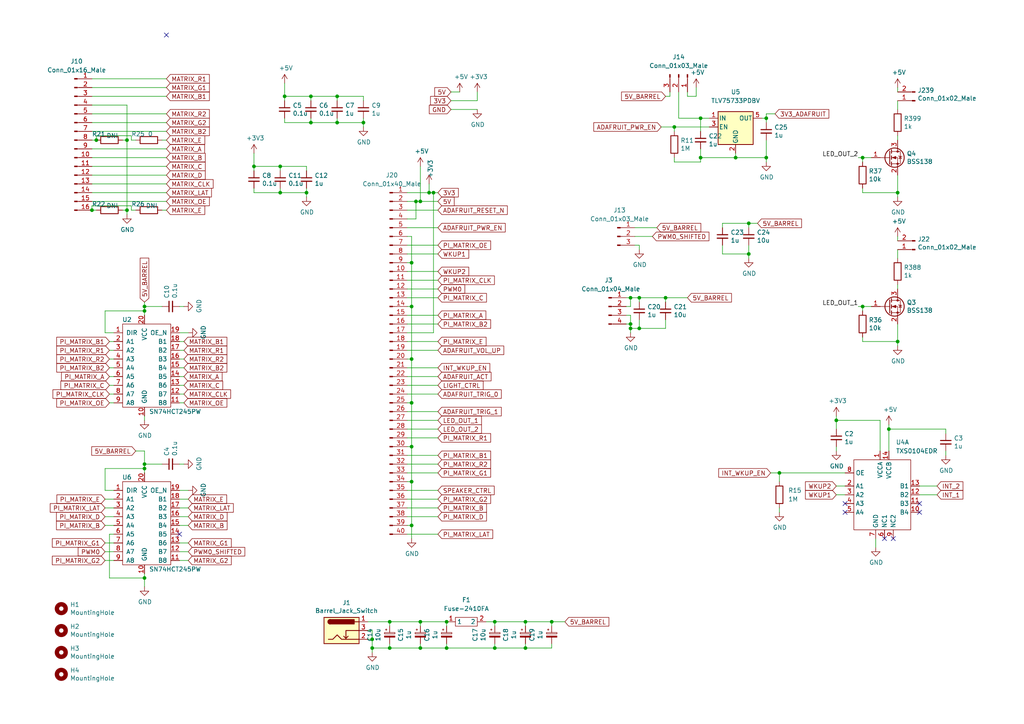
<source format=kicad_sch>
(kicad_sch (version 20211123) (generator eeschema)
  (paper "A4")
  (junction (at 41.91 90.17))
  (junction (at 213.36 45.72))
  (junction (at 97.79 27.94))
  (junction (at 119.38 76.2))
  (junction (at 119.38 116.84))
  (junction (at 27.94 40.64))
  (junction (at 120.65 58.42))
  (junction (at 105.41 35.56))
  (junction (at 107.95 185.42))
  (junction (at 82.55 27.94))
  (junction (at 129.54 187.96))
  (junction (at 119.38 152.4))
  (junction (at 121.92 180.34))
  (junction (at 217.17 64.77))
  (junction (at 119.38 139.7))
  (junction (at 119.38 129.54))
  (junction (at 250.19 45.72))
  (junction (at 260.35 55.88))
  (junction (at 226.06 137.16))
  (junction (at 119.38 88.9))
  (junction (at 152.4 180.34))
  (junction (at 203.2 34.29))
  (junction (at 36.83 40.64))
  (junction (at 36.83 60.96))
  (junction (at 73.66 48.26))
  (junction (at 152.4 187.96))
  (junction (at 81.28 48.26))
  (junction (at 125.73 55.88))
  (junction (at 121.92 58.42))
  (junction (at 182.88 93.98))
  (junction (at 222.25 34.29))
  (junction (at 107.95 187.96))
  (junction (at 97.79 35.56))
  (junction (at 81.28 55.88))
  (junction (at 124.46 55.88))
  (junction (at 182.88 86.36))
  (junction (at 119.38 104.14))
  (junction (at 185.42 95.25))
  (junction (at 185.42 86.36))
  (junction (at 41.91 134.62))
  (junction (at 250.19 88.9))
  (junction (at 113.03 187.96))
  (junction (at 143.51 180.34))
  (junction (at 193.04 86.36))
  (junction (at 129.54 180.34))
  (junction (at 143.51 187.96))
  (junction (at 41.91 88.9))
  (junction (at 113.03 180.34))
  (junction (at 257.81 124.46))
  (junction (at 90.17 27.94))
  (junction (at 222.25 45.72))
  (junction (at 195.58 36.83))
  (junction (at 41.91 167.64))
  (junction (at 26.67 60.96))
  (junction (at 88.9 55.88))
  (junction (at 182.88 95.25))
  (junction (at 217.17 73.66))
  (junction (at 242.57 121.92))
  (junction (at 90.17 35.56))
  (junction (at 41.91 135.89))
  (junction (at 203.2 45.72))
  (junction (at 160.02 180.34))
  (junction (at 121.92 187.96))
  (junction (at 260.35 99.06))
  (no_connect (at 256.54 156.21))
  (no_connect (at 266.7 146.05))
  (no_connect (at 266.7 148.59))
  (no_connect (at 48.26 10.16))
  (no_connect (at 58.42 -6.35))
  (no_connect (at 52.07 154.94))
  (no_connect (at 245.11 148.59))
  (no_connect (at 259.08 156.21))
  (no_connect (at 245.11 146.05))
  (wire (pts (xy 201.93 27.94) (xy 201.93 25.4)))
  (wire (pts (xy 217.17 73.66) (xy 217.17 74.93)))
  (wire (pts (xy 184.15 68.58) (xy 189.23 68.58)))
  (wire (pts (xy 266.7 140.97) (xy 271.78 140.97)))
  (wire (pts (xy 118.11 149.86) (xy 127 149.86)))
  (wire (pts (xy 26.67 25.4) (xy 48.26 25.4)))
  (wire (pts (xy 41.91 88.9) (xy 41.91 90.17)))
  (wire (pts (xy 30.48 162.56) (xy 33.02 162.56)))
  (wire (pts (xy 118.11 154.94) (xy 127 154.94)))
  (wire (pts (xy 118.11 55.88) (xy 124.46 55.88)))
  (wire (pts (xy 222.25 45.72) (xy 222.25 46.99)))
  (wire (pts (xy 118.11 134.62) (xy 127 134.62)))
  (wire (pts (xy 143.51 180.34) (xy 152.4 180.34)))
  (wire (pts (xy 52.07 99.06) (xy 53.34 99.06)))
  (wire (pts (xy 118.11 124.46) (xy 127 124.46)))
  (wire (pts (xy 26.67 27.94) (xy 48.26 27.94)))
  (wire (pts (xy 196.85 34.29) (xy 203.2 34.29)))
  (wire (pts (xy 41.91 134.62) (xy 41.91 135.89)))
  (wire (pts (xy 185.42 95.25) (xy 182.88 95.25)))
  (wire (pts (xy 213.36 45.72) (xy 222.25 45.72)))
  (wire (pts (xy 252.73 45.72) (xy 250.19 45.72)))
  (wire (pts (xy 52.07 104.14) (xy 53.34 104.14)))
  (wire (pts (xy 254 156.21) (xy 254 158.75)))
  (wire (pts (xy 26.67 48.26) (xy 48.26 48.26)))
  (wire (pts (xy 31.75 167.64) (xy 41.91 167.64)))
  (wire (pts (xy 242.57 130.81) (xy 242.57 129.54)))
  (wire (pts (xy 152.4 180.34) (xy 152.4 181.61)))
  (wire (pts (xy 107.95 185.42) (xy 107.95 182.88)))
  (wire (pts (xy 160.02 180.34) (xy 160.02 181.61)))
  (wire (pts (xy 118.11 93.98) (xy 127 93.98)))
  (wire (pts (xy 31.75 99.06) (xy 33.02 99.06)))
  (wire (pts (xy 119.38 76.2) (xy 119.38 68.58)))
  (wire (pts (xy 118.11 139.7) (xy 119.38 139.7)))
  (wire (pts (xy 250.19 45.72) (xy 250.19 46.99)))
  (wire (pts (xy 257.81 124.46) (xy 274.32 124.46)))
  (wire (pts (xy 260.35 69.85) (xy 260.35 68.58)))
  (wire (pts (xy 26.67 43.18) (xy 48.26 43.18)))
  (wire (pts (xy 41.91 167.64) (xy 41.91 170.18)))
  (wire (pts (xy 107.95 182.88) (xy 106.68 182.88)))
  (wire (pts (xy 255.27 121.92) (xy 255.27 130.81)))
  (wire (pts (xy 242.57 143.51) (xy 245.11 143.51)))
  (wire (pts (xy 90.17 27.94) (xy 82.55 27.94)))
  (wire (pts (xy 107.95 187.96) (xy 107.95 189.23)))
  (wire (pts (xy 97.79 27.94) (xy 97.79 29.21)))
  (wire (pts (xy 217.17 73.66) (xy 209.55 73.66)))
  (wire (pts (xy 26.67 22.86) (xy 48.26 22.86)))
  (wire (pts (xy 203.2 45.72) (xy 213.36 45.72)))
  (wire (pts (xy 182.88 96.52) (xy 182.88 95.25)))
  (wire (pts (xy 27.94 39.37) (xy 27.94 40.64)))
  (wire (pts (xy 182.88 88.9) (xy 181.61 88.9)))
  (wire (pts (xy 118.11 106.68) (xy 127 106.68)))
  (wire (pts (xy 250.19 45.72) (xy 248.92 45.72)))
  (wire (pts (xy 30.48 90.17) (xy 30.48 96.52)))
  (wire (pts (xy 82.55 35.56) (xy 90.17 35.56)))
  (wire (pts (xy 41.91 130.81) (xy 39.37 130.81)))
  (wire (pts (xy 82.55 29.21) (xy 82.55 27.94)))
  (wire (pts (xy 52.07 116.84) (xy 53.34 116.84)))
  (wire (pts (xy 193.04 27.94) (xy 194.31 27.94)))
  (wire (pts (xy 36.83 30.48) (xy 36.83 40.64)))
  (wire (pts (xy 185.42 71.12) (xy 185.42 72.39)))
  (wire (pts (xy 209.55 64.77) (xy 209.55 66.04)))
  (wire (pts (xy 118.11 83.82) (xy 127 83.82)))
  (wire (pts (xy 119.38 116.84) (xy 119.38 129.54)))
  (wire (pts (xy 184.15 71.12) (xy 185.42 71.12)))
  (wire (pts (xy 118.11 147.32) (xy 127 147.32)))
  (wire (pts (xy 199.39 26.67) (xy 199.39 27.94)))
  (wire (pts (xy 97.79 27.94) (xy 90.17 27.94)))
  (wire (pts (xy 118.11 109.22) (xy 127 109.22)))
  (wire (pts (xy 106.68 185.42) (xy 107.95 185.42)))
  (wire (pts (xy 41.91 134.62) (xy 46.99 134.62)))
  (wire (pts (xy 222.25 34.29) (xy 220.98 34.29)))
  (wire (pts (xy 46.99 40.64) (xy 48.26 40.64)))
  (wire (pts (xy 260.35 99.06) (xy 260.35 93.98)))
  (wire (pts (xy 119.38 139.7) (xy 119.38 129.54)))
  (wire (pts (xy 41.91 88.9) (xy 46.99 88.9)))
  (wire (pts (xy 250.19 55.88) (xy 260.35 55.88)))
  (wire (pts (xy 127 71.12) (xy 118.11 71.12)))
  (wire (pts (xy 30.48 142.24) (xy 33.02 142.24)))
  (wire (pts (xy 38.1 59.69) (xy 26.67 59.69)))
  (wire (pts (xy 118.11 96.52) (xy 125.73 96.52)))
  (wire (pts (xy 73.66 49.53) (xy 73.66 48.26)))
  (wire (pts (xy 30.48 135.89) (xy 41.91 135.89)))
  (wire (pts (xy 38.1 39.37) (xy 27.94 39.37)))
  (wire (pts (xy 30.48 144.78) (xy 33.02 144.78)))
  (wire (pts (xy 181.61 93.98) (xy 182.88 93.98)))
  (wire (pts (xy 213.36 44.45) (xy 213.36 45.72)))
  (wire (pts (xy 217.17 64.77) (xy 217.17 66.04)))
  (wire (pts (xy 195.58 45.72) (xy 195.58 46.99)))
  (wire (pts (xy 26.67 30.48) (xy 36.83 30.48)))
  (wire (pts (xy 242.57 121.92) (xy 242.57 124.46)))
  (wire (pts (xy 226.06 139.7) (xy 226.06 137.16)))
  (wire (pts (xy 203.2 34.29) (xy 203.2 38.1)))
  (wire (pts (xy 160.02 186.69) (xy 160.02 187.96)))
  (wire (pts (xy 39.37 40.64) (xy 38.1 40.64)))
  (wire (pts (xy 121.92 58.42) (xy 121.92 48.26)))
  (wire (pts (xy 118.11 81.28) (xy 127 81.28)))
  (wire (pts (xy 222.25 35.56) (xy 222.25 34.29)))
  (wire (pts (xy 203.2 46.99) (xy 203.2 45.72)))
  (wire (pts (xy 118.11 73.66) (xy 127 73.66)))
  (wire (pts (xy 41.91 87.63) (xy 41.91 88.9)))
  (wire (pts (xy 250.19 97.79) (xy 250.19 99.06)))
  (wire (pts (xy 120.65 63.5) (xy 120.65 58.42)))
  (wire (pts (xy 160.02 180.34) (xy 163.83 180.34)))
  (wire (pts (xy 118.11 121.92) (xy 127 121.92)))
  (wire (pts (xy 52.07 134.62) (xy 53.34 134.62)))
  (wire (pts (xy 113.03 180.34) (xy 121.92 180.34)))
  (wire (pts (xy 105.41 27.94) (xy 97.79 27.94)))
  (wire (pts (xy 118.11 142.24) (xy 127 142.24)))
  (wire (pts (xy 129.54 187.96) (xy 121.92 187.96)))
  (wire (pts (xy 38.1 40.64) (xy 38.1 39.37)))
  (wire (pts (xy 242.57 140.97) (xy 245.11 140.97)))
  (wire (pts (xy 30.48 90.17) (xy 41.91 90.17)))
  (wire (pts (xy 73.66 55.88) (xy 81.28 55.88)))
  (wire (pts (xy 81.28 48.26) (xy 73.66 48.26)))
  (wire (pts (xy 106.68 180.34) (xy 113.03 180.34)))
  (wire (pts (xy 242.57 121.92) (xy 255.27 121.92)))
  (wire (pts (xy 129.54 187.96) (xy 143.51 187.96)))
  (wire (pts (xy 260.35 31.75) (xy 260.35 29.21)))
  (wire (pts (xy 260.35 74.93) (xy 260.35 72.39)))
  (wire (pts (xy 203.2 34.29) (xy 205.74 34.29)))
  (wire (pts (xy 260.35 55.88) (xy 260.35 50.8)))
  (wire (pts (xy 97.79 35.56) (xy 105.41 35.56)))
  (wire (pts (xy 119.38 88.9) (xy 119.38 76.2)))
  (wire (pts (xy 82.55 24.13) (xy 82.55 27.94)))
  (wire (pts (xy 26.67 33.02) (xy 48.26 33.02)))
  (wire (pts (xy 125.73 55.88) (xy 127 55.88)))
  (wire (pts (xy 121.92 186.69) (xy 121.92 187.96)))
  (wire (pts (xy 82.55 34.29) (xy 82.55 35.56)))
  (wire (pts (xy 250.19 88.9) (xy 248.92 88.9)))
  (wire (pts (xy 242.57 120.65) (xy 242.57 121.92)))
  (wire (pts (xy 118.11 99.06) (xy 127 99.06)))
  (wire (pts (xy 250.19 54.61) (xy 250.19 55.88)))
  (wire (pts (xy 133.35 26.67) (xy 130.81 26.67)))
  (wire (pts (xy 73.66 44.45) (xy 73.66 48.26)))
  (wire (pts (xy 195.58 46.99) (xy 203.2 46.99)))
  (wire (pts (xy 182.88 91.44) (xy 181.61 91.44)))
  (wire (pts (xy 30.48 149.86) (xy 33.02 149.86)))
  (wire (pts (xy 31.75 104.14) (xy 33.02 104.14)))
  (wire (pts (xy 130.81 31.75) (xy 138.43 31.75)))
  (wire (pts (xy 113.03 180.34) (xy 113.03 181.61)))
  (wire (pts (xy 226.06 137.16) (xy 245.11 137.16)))
  (wire (pts (xy 118.11 111.76) (xy 127 111.76)))
  (wire (pts (xy 121.92 180.34) (xy 121.92 181.61)))
  (wire (pts (xy 129.54 180.34) (xy 129.54 181.61)))
  (wire (pts (xy 26.67 45.72) (xy 48.26 45.72)))
  (wire (pts (xy 41.91 90.17) (xy 41.91 91.44)))
  (wire (pts (xy 121.92 180.34) (xy 129.54 180.34)))
  (wire (pts (xy 138.43 29.21) (xy 138.43 26.67)))
  (wire (pts (xy 31.75 101.6) (xy 33.02 101.6)))
  (wire (pts (xy 222.25 45.72) (xy 222.25 40.64)))
  (wire (pts (xy 118.11 116.84) (xy 119.38 116.84)))
  (wire (pts (xy 260.35 40.64) (xy 260.35 39.37)))
  (wire (pts (xy 118.11 60.96) (xy 127 60.96)))
  (wire (pts (xy 209.55 71.12) (xy 209.55 73.66)))
  (wire (pts (xy 41.91 121.92) (xy 41.91 120.65)))
  (wire (pts (xy 119.38 104.14) (xy 119.38 116.84)))
  (wire (pts (xy 73.66 54.61) (xy 73.66 55.88)))
  (wire (pts (xy 52.07 111.76) (xy 53.34 111.76)))
  (wire (pts (xy 118.11 114.3) (xy 127 114.3)))
  (wire (pts (xy 41.91 130.81) (xy 41.91 134.62)))
  (wire (pts (xy 26.67 35.56) (xy 48.26 35.56)))
  (wire (pts (xy 31.75 114.3) (xy 33.02 114.3)))
  (wire (pts (xy 274.32 132.08) (xy 274.32 130.81)))
  (wire (pts (xy 250.19 88.9) (xy 250.19 90.17)))
  (wire (pts (xy 81.28 55.88) (xy 88.9 55.88)))
  (wire (pts (xy 191.77 36.83) (xy 195.58 36.83)))
  (wire (pts (xy 88.9 54.61) (xy 88.9 55.88)))
  (wire (pts (xy 105.41 35.56) (xy 105.41 36.83)))
  (wire (pts (xy 181.61 86.36) (xy 182.88 86.36)))
  (wire (pts (xy 119.38 104.14) (xy 119.38 88.9)))
  (wire (pts (xy 118.11 129.54) (xy 119.38 129.54)))
  (wire (pts (xy 199.39 27.94) (xy 201.93 27.94)))
  (wire (pts (xy 223.52 137.16) (xy 226.06 137.16)))
  (wire (pts (xy 125.73 96.52) (xy 125.73 55.88)))
  (wire (pts (xy 52.07 152.4) (xy 54.61 152.4)))
  (wire (pts (xy 105.41 35.56) (xy 105.41 34.29)))
  (wire (pts (xy 30.48 157.48) (xy 33.02 157.48)))
  (wire (pts (xy 81.28 54.61) (xy 81.28 55.88)))
  (wire (pts (xy 31.75 154.94) (xy 33.02 154.94)))
  (wire (pts (xy 196.85 26.67) (xy 196.85 34.29)))
  (wire (pts (xy 97.79 34.29) (xy 97.79 35.56)))
  (wire (pts (xy 52.07 147.32) (xy 54.61 147.32)))
  (wire (pts (xy 26.67 60.96) (xy 27.94 60.96)))
  (wire (pts (xy 120.65 58.42) (xy 121.92 58.42)))
  (wire (pts (xy 90.17 35.56) (xy 97.79 35.56)))
  (wire (pts (xy 118.11 76.2) (xy 119.38 76.2)))
  (wire (pts (xy 90.17 27.94) (xy 90.17 29.21)))
  (wire (pts (xy 182.88 93.98) (xy 182.88 91.44)))
  (wire (pts (xy 26.67 50.8) (xy 48.26 50.8)))
  (wire (pts (xy 143.51 180.34) (xy 143.51 181.61)))
  (wire (pts (xy 118.11 137.16) (xy 127 137.16)))
  (wire (pts (xy 217.17 64.77) (xy 219.71 64.77)))
  (wire (pts (xy 184.15 66.04) (xy 190.5 66.04)))
  (wire (pts (xy 52.07 88.9) (xy 53.34 88.9)))
  (wire (pts (xy 46.99 60.96) (xy 48.26 60.96)))
  (wire (pts (xy 129.54 186.69) (xy 129.54 187.96)))
  (wire (pts (xy 52.07 160.02) (xy 54.61 160.02)))
  (wire (pts (xy 118.11 127) (xy 127 127)))
  (wire (pts (xy 38.1 60.96) (xy 38.1 59.69)))
  (wire (pts (xy 121.92 58.42) (xy 127 58.42)))
  (wire (pts (xy 209.55 64.77) (xy 217.17 64.77)))
  (wire (pts (xy 119.38 156.21) (xy 119.38 152.4)))
  (wire (pts (xy 52.07 162.56) (xy 54.61 162.56)))
  (wire (pts (xy 36.83 60.96) (xy 36.83 62.23)))
  (wire (pts (xy 185.42 92.71) (xy 185.42 95.25)))
  (wire (pts (xy 143.51 187.96) (xy 143.51 186.69)))
  (wire (pts (xy 88.9 48.26) (xy 81.28 48.26)))
  (wire (pts (xy 41.91 166.37) (xy 41.91 167.64)))
  (wire (pts (xy 185.42 86.36) (xy 185.42 87.63)))
  (wire (pts (xy 118.11 86.36) (xy 127 86.36)))
  (wire (pts (xy 31.75 111.76) (xy 33.02 111.76)))
  (wire (pts (xy 193.04 86.36) (xy 193.04 87.63)))
  (wire (pts (xy 152.4 180.34) (xy 160.02 180.34)))
  (wire (pts (xy 26.67 53.34) (xy 48.26 53.34)))
  (wire (pts (xy 217.17 71.12) (xy 217.17 73.66)))
  (wire (pts (xy 160.02 187.96) (xy 152.4 187.96)))
  (wire (pts (xy 30.48 135.89) (xy 30.48 142.24)))
  (wire (pts (xy 31.75 106.68) (xy 33.02 106.68)))
  (wire (pts (xy 52.07 101.6) (xy 53.34 101.6)))
  (wire (pts (xy 105.41 29.21) (xy 105.41 27.94)))
  (wire (pts (xy 260.35 100.33) (xy 260.35 99.06)))
  (wire (pts (xy 30.48 160.02) (xy 33.02 160.02)))
  (wire (pts (xy 52.07 109.22) (xy 53.34 109.22)))
  (wire (pts (xy 30.48 96.52) (xy 33.02 96.52)))
  (wire (pts (xy 119.38 68.58) (xy 118.11 68.58)))
  (wire (pts (xy 271.78 143.51) (xy 266.7 143.51)))
  (wire (pts (xy 194.31 27.94) (xy 194.31 26.67)))
  (wire (pts (xy 193.04 95.25) (xy 185.42 95.25)))
  (wire (pts (xy 252.73 88.9) (xy 250.19 88.9)))
  (wire (pts (xy 257.81 123.19) (xy 257.81 124.46)))
  (wire (pts (xy 193.04 92.71) (xy 193.04 95.25)))
  (wire (pts (xy 88.9 48.26) (xy 88.9 49.53)))
  (wire (pts (xy 124.46 55.88) (xy 125.73 55.88)))
  (wire (pts (xy 52.07 106.68) (xy 53.34 106.68)))
  (wire (pts (xy 226.06 147.32) (xy 226.06 148.59)))
  (wire (pts (xy 118.11 78.74) (xy 127 78.74)))
  (wire (pts (xy 118.11 58.42) (xy 120.65 58.42)))
  (wire (pts (xy 118.11 66.04) (xy 127 66.04)))
  (wire (pts (xy 88.9 55.88) (xy 88.9 57.15)))
  (wire (pts (xy 26.67 38.1) (xy 48.26 38.1)))
  (wire (pts (xy 52.07 142.24) (xy 54.61 142.24)))
  (wire (pts (xy 257.81 124.46) (xy 257.81 130.81)))
  (wire (pts (xy 35.56 60.96) (xy 36.83 60.96)))
  (wire (pts (xy 260.35 83.82) (xy 260.35 82.55)))
  (wire (pts (xy 30.48 147.32) (xy 33.02 147.32)))
  (wire (pts (xy 36.83 40.64) (xy 36.83 60.96)))
  (wire (pts (xy 195.58 36.83) (xy 195.58 38.1)))
  (wire (pts (xy 31.75 116.84) (xy 33.02 116.84)))
  (wire (pts (xy 260.35 57.15) (xy 260.35 55.88)))
  (wire (pts (xy 107.95 185.42) (xy 107.95 187.96)))
  (wire (pts (xy 119.38 152.4) (xy 119.38 139.7)))
  (wire (pts (xy 52.07 96.52) (xy 54.61 96.52)))
  (wire (pts (xy 118.11 152.4) (xy 119.38 152.4)))
  (wire (pts (xy 118.11 91.44) (xy 127 91.44)))
  (wire (pts (xy 107.95 187.96) (xy 113.03 187.96)))
  (wire (pts (xy 52.07 157.48) (xy 54.61 157.48)))
  (wire (pts (xy 26.67 40.64) (xy 27.94 40.64)))
  (wire (pts (xy 52.07 144.78) (xy 54.61 144.78)))
  (wire (pts (xy 182.88 86.36) (xy 185.42 86.36)))
  (wire (pts (xy 130.81 29.21) (xy 138.43 29.21)))
  (wire (pts (xy 30.48 152.4) (xy 33.02 152.4)))
  (wire (pts (xy 31.75 154.94) (xy 31.75 167.64)))
  (wire (pts (xy 118.11 101.6) (xy 127 101.6)))
  (wire (pts (xy 195.58 36.83) (xy 205.74 36.83)))
  (wire (pts (xy 224.79 33.02) (xy 222.25 33.02)))
  (wire (pts (xy 31.75 109.22) (xy 33.02 109.22)))
  (wire (pts (xy 250.19 99.06) (xy 260.35 99.06)))
  (wire (pts (xy 118.11 88.9) (xy 119.38 88.9)))
  (wire (pts (xy 26.67 59.69) (xy 26.67 60.96)))
  (wire (pts (xy 185.42 86.36) (xy 193.04 86.36)))
  (wire (pts (xy 140.97 180.34) (xy 143.51 180.34)))
  (wire (pts (xy 182.88 86.36) (xy 182.88 88.9)))
  (wire (pts (xy 118.11 132.08) (xy 127 132.08)))
  (wire (pts (xy 182.88 95.25) (xy 182.88 93.98)))
  (wire (pts (xy 35.56 40.64) (xy 36.83 40.64)))
  (wire (pts (xy 193.04 86.36) (xy 199.39 86.36)))
  (wire (pts (xy 203.2 43.18) (xy 203.2 45.72)))
  (wire (pts (xy 52.07 149.86) (xy 54.61 149.86)))
  (wire (pts (xy 260.35 26.67) (xy 260.35 25.4)))
  (wire (pts (xy 121.92 187.96) (xy 113.03 187.96)))
  (wire (pts (xy 152.4 186.69) (xy 152.4 187.96)))
  (wire (pts (xy 118.11 63.5) (xy 120.65 63.5)))
  (wire (pts (xy 90.17 34.29) (xy 90.17 35.56)))
  (wire (pts (xy 124.46 55.88) (xy 124.46 53.34)))
  (wire (pts (xy 118.11 104.14) (xy 119.38 104.14)))
  (wire (pts (xy 274.32 125.73) (xy 274.32 124.46)))
  (wire (pts (xy 81.28 48.26) (xy 81.28 49.53)))
  (wire (pts (xy 41.91 135.89) (xy 41.91 137.16)))
  (wire (pts (xy 39.37 60.96) (xy 38.1 60.96)))
  (wire (pts (xy 26.67 58.42) (xy 48.26 58.42)))
  (wire (pts (xy 222.25 33.02) (xy 222.25 34.29)))
  (wire (pts (xy 152.4 187.96) (xy 143.51 187.96)))
  (wire (pts (xy 113.03 186.69) (xy 113.03 187.96)))
  (wire (pts (xy 118.11 144.78) (xy 127 144.78)))
  (wire (pts (xy 26.67 55.88) (xy 48.26 55.88)))
  (wire (pts (xy 118.11 119.38) (xy 127 119.38)))
  (wire (pts (xy 52.07 114.3) (xy 53.34 114.3)))
  (label "LED_OUT_1" (at 248.92 88.9 180))
  (label "LED_OUT_2" (at 248.92 45.72 180))
  (global_label "ADAFRUIT_TRIG_1" (shape input) (at 127 119.38 0) (property "Intersheet References" "${INTERSHEET_REFS}" (effects hide)))
  (global_label "MATRIX_G2" (shape input) (at 48.26 35.56 0) (property "Intersheet References" "${INTERSHEET_REFS}" (effects hide)))
  (global_label "LED_OUT_1" (shape input) (at 127 121.92 0) (property "Intersheet References" "${INTERSHEET_REFS}" (effects hide)))
  (global_label "ADAFRUIT_ACT" (shape input) (at 127 109.22 0) (property "Intersheet References" "${INTERSHEET_REFS}" (effects hide)))
  (global_label "WKUP2" (shape input) (at 242.57 140.97 180) (property "Intersheet References" "${INTERSHEET_REFS}" (effects hide)))
  (global_label "PI_MATRIX_C" (shape input) (at 31.75 111.76 180) (property "Intersheet References" "${INTERSHEET_REFS}" (effects hide)))
  (global_label "MATRIX_B1" (shape input) (at 53.34 99.06 0) (property "Intersheet References" "${INTERSHEET_REFS}" (effects hide)))
  (global_label "PI_MATRIX_B1" (shape input) (at 31.75 99.06 180) (property "Intersheet References" "${INTERSHEET_REFS}" (effects hide)))
  (global_label "MATRIX_D" (shape input) (at 54.61 149.86 0) (property "Intersheet References" "${INTERSHEET_REFS}" (effects hide)))
  (global_label "PI_MATRIX_B2" (shape input) (at 127 93.98 0) (property "Intersheet References" "${INTERSHEET_REFS}" (effects hide)))
  (global_label "MATRIX_E" (shape input) (at 48.26 60.96 0) (property "Intersheet References" "${INTERSHEET_REFS}" (effects hide)))
  (global_label "SPEAKER_CTRL" (shape input) (at 127 142.24 0) (property "Intersheet References" "${INTERSHEET_REFS}" (effects hide)))
  (global_label "5V_BARREL" (shape input) (at 190.5 66.04 0) (property "Intersheet References" "${INTERSHEET_REFS}" (effects hide)))
  (global_label "GND" (shape input) (at 130.81 31.75 180) (property "Intersheet References" "${INTERSHEET_REFS}" (effects hide)))
  (global_label "PI_MATRIX_D" (shape input) (at 30.48 149.86 180) (property "Intersheet References" "${INTERSHEET_REFS}" (effects hide)))
  (global_label "5V" (shape input) (at 130.81 26.67 180) (property "Intersheet References" "${INTERSHEET_REFS}" (effects hide)))
  (global_label "ADAFRUIT_VOL_UP" (shape input) (at 127 101.6 0) (property "Intersheet References" "${INTERSHEET_REFS}" (effects hide)))
  (global_label "MATRIX_B2" (shape input) (at 48.26 38.1 0) (property "Intersheet References" "${INTERSHEET_REFS}" (effects hide)))
  (global_label "LIGHT_CTRL" (shape input) (at 127 111.76 0) (property "Intersheet References" "${INTERSHEET_REFS}" (effects hide)))
  (global_label "MATRIX_E" (shape input) (at 48.26 40.64 0) (property "Intersheet References" "${INTERSHEET_REFS}" (effects hide)))
  (global_label "PI_MATRIX_OE" (shape input) (at 127 71.12 0) (property "Intersheet References" "${INTERSHEET_REFS}" (effects hide)))
  (global_label "5V_BARREL" (shape input) (at 199.39 86.36 0) (property "Intersheet References" "${INTERSHEET_REFS}" (effects hide)))
  (global_label "MATRIX_OE" (shape input) (at 53.34 116.84 0) (property "Intersheet References" "${INTERSHEET_REFS}" (effects hide)))
  (global_label "5V" (shape input) (at 127 58.42 0) (property "Intersheet References" "${INTERSHEET_REFS}" (effects hide)))
  (global_label "3V3" (shape input) (at 127 55.88 0) (property "Intersheet References" "${INTERSHEET_REFS}" (effects hide)))
  (global_label "PI_MATRIX_OE" (shape input) (at 31.75 116.84 180) (property "Intersheet References" "${INTERSHEET_REFS}" (effects hide)))
  (global_label "PI_MATRIX_A" (shape input) (at 31.75 109.22 180) (property "Intersheet References" "${INTERSHEET_REFS}" (effects hide)))
  (global_label "MATRIX_CLK" (shape input) (at 53.34 114.3 0) (property "Intersheet References" "${INTERSHEET_REFS}" (effects hide)))
  (global_label "PI_MATRIX_B" (shape input) (at 30.48 152.4 180) (property "Intersheet References" "${INTERSHEET_REFS}" (effects hide)))
  (global_label "PI_MATRIX_B2" (shape input) (at 31.75 106.68 180) (property "Intersheet References" "${INTERSHEET_REFS}" (effects hide)))
  (global_label "MATRIX_B1" (shape input) (at 48.26 27.94 0) (property "Intersheet References" "${INTERSHEET_REFS}" (effects hide)))
  (global_label "MATRIX_G2" (shape input) (at 54.61 162.56 0) (property "Intersheet References" "${INTERSHEET_REFS}" (effects hide)))
  (global_label "PI_MATRIX_A" (shape input) (at 127 91.44 0) (property "Intersheet References" "${INTERSHEET_REFS}" (effects hide)))
  (global_label "PI_MATRIX_E" (shape input) (at 127 99.06 0) (property "Intersheet References" "${INTERSHEET_REFS}" (effects hide)))
  (global_label "PI_MATRIX_R1" (shape input) (at 127 127 0) (property "Intersheet References" "${INTERSHEET_REFS}" (effects hide)))
  (global_label "MATRIX_LAT" (shape input) (at 54.61 147.32 0) (property "Intersheet References" "${INTERSHEET_REFS}" (effects hide)))
  (global_label "LED_OUT_2" (shape input) (at 127 124.46 0) (property "Intersheet References" "${INTERSHEET_REFS}" (effects hide)))
  (global_label "PI_MATRIX_D" (shape input) (at 127 149.86 0) (property "Intersheet References" "${INTERSHEET_REFS}" (effects hide)))
  (global_label "PI_MATRIX_LAT" (shape input) (at 127 154.94 0) (property "Intersheet References" "${INTERSHEET_REFS}" (effects hide)))
  (global_label "MATRIX_D" (shape input) (at 48.26 50.8 0) (property "Intersheet References" "${INTERSHEET_REFS}" (effects hide)))
  (global_label "5V_BARREL" (shape input) (at 163.83 180.34 0) (property "Intersheet References" "${INTERSHEET_REFS}" (effects hide)))
  (global_label "MATRIX_A" (shape input) (at 53.34 109.22 0) (property "Intersheet References" "${INTERSHEET_REFS}" (effects hide)))
  (global_label "MATRIX_C" (shape input) (at 48.26 48.26 0) (property "Intersheet References" "${INTERSHEET_REFS}" (effects hide)))
  (global_label "PI_MATRIX_LAT" (shape input) (at 30.48 147.32 180) (property "Intersheet References" "${INTERSHEET_REFS}" (effects hide)))
  (global_label "3V3" (shape input) (at 130.81 29.21 180) (property "Intersheet References" "${INTERSHEET_REFS}" (effects hide)))
  (global_label "INT_WKUP_EN" (shape input) (at 223.52 137.16 180) (property "Intersheet References" "${INTERSHEET_REFS}" (effects hide)))
  (global_label "ADAFRUIT_PWR_EN" (shape input) (at 191.77 36.83 180) (property "Intersheet References" "${INTERSHEET_REFS}" (effects hide)))
  (global_label "PI_MATRIX_C" (shape input) (at 127 86.36 0) (property "Intersheet References" "${INTERSHEET_REFS}" (effects hide)))
  (global_label "5V_BARREL" (shape input) (at 219.71 64.77 0) (property "Intersheet References" "${INTERSHEET_REFS}" (effects hide)))
  (global_label "PI_MATRIX_B1" (shape input) (at 127 132.08 0) (property "Intersheet References" "${INTERSHEET_REFS}" (effects hide)))
  (global_label "MATRIX_B2" (shape input) (at 53.34 106.68 0) (property "Intersheet References" "${INTERSHEET_REFS}" (effects hide)))
  (global_label "PI_MATRIX_B" (shape input) (at 127 147.32 0) (property "Intersheet References" "${INTERSHEET_REFS}" (effects hide)))
  (global_label "MATRIX_LAT" (shape input) (at 48.26 55.88 0) (property "Intersheet References" "${INTERSHEET_REFS}" (effects hide)))
  (global_label "ADAFRUIT_PWR_EN" (shape input) (at 127 66.04 0) (property "Intersheet References" "${INTERSHEET_REFS}" (effects hide)))
  (global_label "MATRIX_CLK" (shape input) (at 48.26 53.34 0) (property "Intersheet References" "${INTERSHEET_REFS}" (effects hide)))
  (global_label "WKUP1" (shape input) (at 242.57 143.51 180) (property "Intersheet References" "${INTERSHEET_REFS}" (effects hide)))
  (global_label "MATRIX_B" (shape input) (at 48.26 45.72 0) (property "Intersheet References" "${INTERSHEET_REFS}" (effects hide)))
  (global_label "INT_2" (shape input) (at 271.78 140.97 0) (property "Intersheet References" "${INTERSHEET_REFS}" (effects hide)))
  (global_label "MATRIX_E" (shape input) (at 54.61 144.78 0) (property "Intersheet References" "${INTERSHEET_REFS}" (effects hide)))
  (global_label "PI_MATRIX_CLK" (shape input) (at 127 81.28 0) (property "Intersheet References" "${INTERSHEET_REFS}" (effects hide)))
  (global_label "PI_MATRIX_CLK" (shape input) (at 31.75 114.3 180) (property "Intersheet References" "${INTERSHEET_REFS}" (effects hide)))
  (global_label "PI_MATRIX_R2" (shape input) (at 127 134.62 0) (property "Intersheet References" "${INTERSHEET_REFS}" (effects hide)))
  (global_label "INT_1" (shape input) (at 271.78 143.51 0) (property "Intersheet References" "${INTERSHEET_REFS}" (effects hide)))
  (global_label "5V_BARREL" (shape input) (at 41.91 87.63 90) (property "Intersheet References" "${INTERSHEET_REFS}" (effects hide)))
  (global_label "PWM0" (shape input) (at 30.48 160.02 180) (property "Intersheet References" "${INTERSHEET_REFS}" (effects hide)))
  (global_label "WKUP1" (shape input) (at 127 73.66 0) (property "Intersheet References" "${INTERSHEET_REFS}" (effects hide)))
  (global_label "MATRIX_G1" (shape input) (at 54.61 157.48 0) (property "Intersheet References" "${INTERSHEET_REFS}" (effects hide)))
  (global_label "WKUP2" (shape input) (at 127 78.74 0) (property "Intersheet References" "${INTERSHEET_REFS}" (effects hide)))
  (global_label "ADAFRUIT_RESET_N" (shape input) (at 127 60.96 0) (property "Intersheet References" "${INTERSHEET_REFS}" (effects hide)))
  (global_label "ADAFRUIT_TRIG_0" (shape input) (at 127 114.3 0) (property "Intersheet References" "${INTERSHEET_REFS}" (effects hide)))
  (global_label "MATRIX_OE" (shape input) (at 48.26 58.42 0) (property "Intersheet References" "${INTERSHEET_REFS}" (effects hide)))
  (global_label "PWM0" (shape input) (at 127 83.82 0) (property "Intersheet References" "${INTERSHEET_REFS}" (effects hide)))
  (global_label "MATRIX_R1" (shape input) (at 48.26 22.86 0) (property "Intersheet References" "${INTERSHEET_REFS}" (effects hide)))
  (global_label "INT_WKUP_EN" (shape input) (at 127 106.68 0) (property "Intersheet References" "${INTERSHEET_REFS}" (effects hide)))
  (global_label "MATRIX_R2" (shape input) (at 48.26 33.02 0) (property "Intersheet References" "${INTERSHEET_REFS}" (effects hide)))
  (global_label "MATRIX_R1" (shape input) (at 53.34 101.6 0) (property "Intersheet References" "${INTERSHEET_REFS}" (effects hide)))
  (global_label "PI_MATRIX_R1" (shape input) (at 31.75 101.6 180) (property "Intersheet References" "${INTERSHEET_REFS}" (effects hide)))
  (global_label "PI_MATRIX_G2" (shape input) (at 30.48 162.56 180) (property "Intersheet References" "${INTERSHEET_REFS}" (effects hide)))
  (global_label "PI_MATRIX_G1" (shape input) (at 30.48 157.48 180) (property "Intersheet References" "${INTERSHEET_REFS}" (effects hide)))
  (global_label "5V_BARREL" (shape input) (at 193.04 27.94 180) (property "Intersheet References" "${INTERSHEET_REFS}" (effects hide)))
  (global_label "MATRIX_A" (shape input) (at 48.26 43.18 0) (property "Intersheet References" "${INTERSHEET_REFS}" (effects hide)))
  (global_label "MATRIX_B" (shape input) (at 54.61 152.4 0) (property "Intersheet References" "${INTERSHEET_REFS}" (effects hide)))
  (global_label "PI_MATRIX_G1" (shape input) (at 127 137.16 0) (property "Intersheet References" "${INTERSHEET_REFS}" (effects hide)))
  (global_label "MATRIX_G1" (shape input) (at 48.26 25.4 0) (property "Intersheet References" "${INTERSHEET_REFS}" (effects hide)))
  (global_label "5V_BARREL" (shape input) (at 39.37 130.81 180) (property "Intersheet References" "${INTERSHEET_REFS}" (effects hide)))
  (global_label "PI_MATRIX_R2" (shape input) (at 31.75 104.14 180) (property "Intersheet References" "${INTERSHEET_REFS}" (effects hide)))
  (global_label "3V3_ADAFRUIT" (shape input) (at 224.79 33.02 0) (property "Intersheet References" "${INTERSHEET_REFS}" (effects hide)))
  (global_label "MATRIX_R2" (shape input) (at 53.34 104.14 0) (property "Intersheet References" "${INTERSHEET_REFS}" (effects hide)))
  (global_label "PI_MATRIX_E" (shape input) (at 30.48 144.78 180) (property "Intersheet References" "${INTERSHEET_REFS}" (effects hide)))
  (global_label "PI_MATRIX_G2" (shape input) (at 127 144.78 0) (property "Intersheet References" "${INTERSHEET_REFS}" (effects hide)))
  (global_label "MATRIX_C" (shape input) (at 53.34 111.76 0) (property "Intersheet References" "${INTERSHEET_REFS}" (effects hide)))
  (global_label "PWM0_SHIFTED" (shape input) (at 54.61 160.02 0) (property "Intersheet References" "${INTERSHEET_REFS}" (effects hide)))
  (global_label "PWM0_SHIFTED" (shape input) (at 189.23 68.58 0) (property "Intersheet References" "${INTERSHEET_REFS}" (effects hide)))
  (symbol (lib_id "Device:C_Small") (at 73.66 52.07 0) (unit 1)
    (property "Reference" "C8" (at 75.9968 50.9016 0) (effects (justify left)))
    (property "Value" "0.1u" (at 75.9968 53.213 0) (effects (justify left)))
    (property "Footprint" "Capacitor_SMD:C_0603_1608Metric" (effects hide))
  )
  (symbol (lib_id "Device:C_Small") (at 81.28 52.07 0) (unit 1)
    (property "Reference" "C11" (at 83.6168 50.9016 0) (effects (justify left)))
    (property "Value" "0.1u" (at 83.6168 53.213 0) (effects (justify left)))
    (property "Footprint" "Capacitor_SMD:C_0603_1608Metric" (effects hide))
  )
  (symbol (lib_id "Device:C_Small") (at 88.9 52.07 0) (unit 1)
    (property "Reference" "C12" (at 91.2368 50.9016 0) (effects (justify left)))
    (property "Value" "1u" (at 91.2368 53.213 0) (effects (justify left)))
    (property "Footprint" "Capacitor_SMD:C_0603_1608Metric" (effects hide))
  )
  (symbol (lib_id "power:+3V3") (at 73.66 44.45 0) (unit 1)
    (property "Reference" "#PWR0115" (effects hide))
    (property "Value" "+3V3" (at 74.041 40.0558 0))
  )
  (symbol (lib_id "Mechanical:MountingHole") (at 17.78 176.53 0) (unit 1)
    (property "Reference" "H1" (at 20.32 175.3616 0) (effects (justify left)))
    (property "Value" "MountingHole" (at 20.32 177.673 0) (effects (justify left)))
    (property "Footprint" "MountingHole:MountingHole_3.2mm_M3" (effects hide))
  )
  (symbol (lib_id "Mechanical:MountingHole") (at 17.78 182.88 0) (unit 1)
    (property "Reference" "H2" (at 20.32 181.7116 0) (effects (justify left)))
    (property "Value" "MountingHole" (at 20.32 184.023 0) (effects (justify left)))
    (property "Footprint" "MountingHole:MountingHole_3.2mm_M3" (effects hide))
  )
  (symbol (lib_id "Mechanical:MountingHole") (at 17.78 189.23 0) (unit 1)
    (property "Reference" "H3" (at 20.32 188.0616 0) (effects (justify left)))
    (property "Value" "MountingHole" (at 20.32 190.373 0) (effects (justify left)))
    (property "Footprint" "MountingHole:MountingHole_3.2mm_M3" (effects hide))
  )
  (symbol (lib_id "Mechanical:MountingHole") (at 17.78 195.58 0) (unit 1)
    (property "Reference" "H4" (at 20.32 194.4116 0) (effects (justify left)))
    (property "Value" "MountingHole" (at 20.32 196.723 0) (effects (justify left)))
    (property "Footprint" "MountingHole:MountingHole_3.2mm_M3" (effects hide))
  )
  (symbol (lib_id "srw_custom:SN74HCT245PW") (at 35.56 93.98 0) (unit 1)
    (property "Reference" "U2" (at 36.83 92.71 0))
    (property "Value" "SN74HCT245PW" (at 50.8 119.38 0))
    (property "Footprint" "Package_SO:TSSOP-20_4.4x6.5mm_P0.65mm" (effects hide))
  )
  (symbol (lib_id "Device:C_Small") (at 49.53 88.9 90) (unit 1)
    (property "Reference" "C10" (at 48.3616 86.5632 0) (effects (justify left)))
    (property "Value" "0.1u" (at 50.673 86.5632 0) (effects (justify left)))
    (property "Footprint" "Capacitor_SMD:C_0402_1005Metric" (effects hide))
  )
  (symbol (lib_id "power:GND") (at 53.34 88.9 90) (unit 1)
    (property "Reference" "#PWR0135" (effects hide))
    (property "Value" "GND" (at 57.7342 88.773 0))
  )
  (symbol (lib_id "power:GND") (at 54.61 96.52 90) (unit 1)
    (property "Reference" "#PWR0136" (effects hide))
    (property "Value" "GND" (at 59.0042 96.393 0))
  )
  (symbol (lib_id "power:GND") (at 41.91 121.92 0) (unit 1)
    (property "Reference" "#PWR0137" (effects hide))
    (property "Value" "GND" (at 42.037 126.3142 0))
  )
  (symbol (lib_id "Transistor_FET:BSS138") (at 257.81 45.72 0) (unit 1)
    (property "Reference" "Q4" (at 262.9916 44.5516 0) (effects (justify left)))
    (property "Value" "BSS138" (at 262.9916 46.863 0) (effects (justify left)))
    (property "Footprint" "Package_TO_SOT_SMD:SOT-23" (effects hide))
    (property "Datasheet" "https://www.fairchildsemi.com/datasheets/BS/BSS138.pdf" (effects hide))
  )
  (symbol (lib_id "Device:R") (at 250.19 50.8 0) (unit 1)
    (property "Reference" "R37" (at 251.968 49.6316 0) (effects (justify left)))
    (property "Value" "10k" (at 251.968 51.943 0) (effects (justify left)))
    (property "Footprint" "Resistor_SMD:R_0402_1005Metric" (effects hide))
  )
  (symbol (lib_id "power:GND") (at 260.35 57.15 0) (unit 1)
    (property "Reference" "#PWR0138" (effects hide))
    (property "Value" "GND" (at 260.477 61.5442 0))
  )
  (symbol (lib_id "Device:R") (at 260.35 35.56 0) (unit 1)
    (property "Reference" "R399" (at 262.128 34.3916 0) (effects (justify left)))
    (property "Value" "1k" (at 262.128 36.703 0) (effects (justify left)))
    (property "Footprint" "Resistor_SMD:R_0402_1005Metric" (effects hide))
  )
  (symbol (lib_id "Connector:Conn_01x02_Male") (at 265.43 29.21 180) (unit 1)
    (property "Reference" "J239" (at 266.1412 26.2128 0) (effects (justify right)))
    (property "Value" "Conn_01x02_Male" (at 266.1412 28.5242 0) (effects (justify right)))
    (property "Footprint" "Connector_PinHeader_2.54mm:PinHeader_1x02_P2.54mm_Vertical" (effects hide))
  )
  (symbol (lib_id "power:+5V") (at 260.35 25.4 0) (unit 1)
    (property "Reference" "#PWR0139" (effects hide))
    (property "Value" "+5V" (at 260.731 21.0058 0))
  )
  (symbol (lib_id "Transistor_FET:BSS138") (at 257.81 88.9 0) (unit 1)
    (property "Reference" "Q3" (at 262.9916 87.7316 0) (effects (justify left)))
    (property "Value" "BSS138" (at 262.9916 90.043 0) (effects (justify left)))
    (property "Footprint" "Package_TO_SOT_SMD:SOT-23" (effects hide))
    (property "Datasheet" "https://www.fairchildsemi.com/datasheets/BS/BSS138.pdf" (effects hide))
  )
  (symbol (lib_id "Device:R") (at 250.19 93.98 0) (unit 1)
    (property "Reference" "R36" (at 251.968 92.8116 0) (effects (justify left)))
    (property "Value" "10k" (at 251.968 95.123 0) (effects (justify left)))
    (property "Footprint" "Resistor_SMD:R_0402_1005Metric" (effects hide))
  )
  (symbol (lib_id "power:GND") (at 260.35 100.33 0) (unit 1)
    (property "Reference" "#PWR0140" (effects hide))
    (property "Value" "GND" (at 260.477 104.7242 0))
  )
  (symbol (lib_id "Device:R") (at 260.35 78.74 0) (unit 1)
    (property "Reference" "R388" (at 262.128 77.5716 0) (effects (justify left)))
    (property "Value" "1k" (at 262.128 79.883 0) (effects (justify left)))
    (property "Footprint" "Resistor_SMD:R_0402_1005Metric" (effects hide))
  )
  (symbol (lib_id "Connector:Conn_01x02_Male") (at 265.43 72.39 180) (unit 1)
    (property "Reference" "J22" (at 266.1412 69.3928 0) (effects (justify right)))
    (property "Value" "Conn_01x02_Male" (at 266.1412 71.7042 0) (effects (justify right)))
    (property "Footprint" "Connector_PinHeader_2.54mm:PinHeader_1x02_P2.54mm_Vertical" (effects hide))
  )
  (symbol (lib_id "power:+5V") (at 260.35 68.58 0) (unit 1)
    (property "Reference" "#PWR0141" (effects hide))
    (property "Value" "+5V" (at 260.731 64.1858 0))
  )
  (symbol (lib_id "Device:C_Small") (at 274.32 128.27 0) (unit 1)
    (property "Reference" "C3" (at 276.6568 127.1016 0) (effects (justify left)))
    (property "Value" "1u" (at 276.6568 129.413 0) (effects (justify left)))
    (property "Footprint" "Capacitor_SMD:C_0603_1608Metric_Pad1.08x0.95mm_HandSolder" (effects hide))
  )
  (symbol (lib_id "Connector:Conn_01x04_Male") (at 176.53 88.9 0) (unit 1)
    (property "Reference" "J3" (at 176.53 81.28 0))
    (property "Value" "Conn_01x04_Male" (at 177.165 83.82 0))
    (property "Footprint" "srw_custom:1984633" (effects hide))
  )
  (symbol (lib_id "power:GND") (at 107.95 189.23 0) (unit 1)
    (property "Reference" "#PWR0133" (effects hide))
    (property "Value" "GND" (at 108.077 193.6242 0))
  )
  (symbol (lib_id "power:GND") (at 88.9 57.15 0) (unit 1)
    (property "Reference" "#PWR0109" (effects hide))
    (property "Value" "GND" (at 89.027 61.5442 0))
  )
  (symbol (lib_id "power:GND") (at 185.42 72.39 0) (unit 1)
    (property "Reference" "#PWR0132" (effects hide))
    (property "Value" "GND" (at 185.547 76.7842 0))
  )
  (symbol (lib_id "Connector:Conn_01x03_Male") (at 179.07 68.58 0) (unit 1)
    (property "Reference" "J13" (at 179.705 60.96 0))
    (property "Value" "Conn_01x03_Male" (at 179.705 63.5 0))
    (property "Footprint" "srw_custom:1984620" (effects hide))
  )
  (symbol (lib_id "srw_custom:Fuse-2410FA") (at 132.08 176.53 0) (unit 1)
    (property "Reference" "F1" (at 135.255 173.99 0))
    (property "Value" "Fuse-2410FA" (at 135.255 176.53 0))
    (property "Footprint" "srw_custom:2410FA" (effects hide))
  )
  (symbol (lib_id "Device:R") (at 31.75 60.96 90) (unit 1)
    (property "Reference" "R22" (at 30.5816 59.182 90) (effects (justify left)))
    (property "Value" "DNI" (at 34.29 59.69 90) (effects (justify left)))
    (property "Footprint" "Resistor_SMD:R_0402_1005Metric" (effects hide))
  )
  (symbol (lib_id "power:GND") (at 226.06 148.59 0) (unit 1)
    (property "Reference" "#PWR0121" (effects hide))
    (property "Value" "GND" (at 226.187 152.9842 0))
  )
  (symbol (lib_id "power:GND") (at 222.25 46.99 0) (unit 1)
    (property "Reference" "#PWR0130" (effects hide))
    (property "Value" "GND" (at 222.377 51.3842 0))
  )
  (symbol (lib_id "Device:C_Small") (at 185.42 90.17 0) (unit 1)
    (property "Reference" "C20" (at 187.7568 89.0016 0) (effects (justify left)))
    (property "Value" "1u" (at 187.7568 91.313 0) (effects (justify left)))
    (property "Footprint" "Capacitor_SMD:C_0603_1608Metric" (effects hide))
  )
  (symbol (lib_id "Device:C_Small") (at 222.25 38.1 0) (unit 1)
    (property "Reference" "C25" (at 224.5868 36.9316 0) (effects (justify left)))
    (property "Value" "1u" (at 224.5868 39.243 0) (effects (justify left)))
    (property "Footprint" "Capacitor_SMD:C_0603_1608Metric" (effects hide))
  )
  (symbol (lib_id "power:GND") (at 274.32 132.08 0) (unit 1)
    (property "Reference" "#PWR0118" (effects hide))
    (property "Value" "GND" (at 274.447 136.4742 0))
  )
  (symbol (lib_id "power:+3V3") (at 124.46 53.34 0) (unit 1)
    (property "Reference" "#PWR0107" (effects hide))
    (property "Value" "+3V3" (at 124.841 48.9458 90))
  )
  (symbol (lib_id "Device:R") (at 43.18 60.96 90) (unit 1)
    (property "Reference" "R26" (at 42.0116 59.182 90) (effects (justify left)))
    (property "Value" "DNI" (at 45.72 59.69 90) (effects (justify left)))
    (property "Footprint" "Resistor_SMD:R_0402_1005Metric" (effects hide))
  )
  (symbol (lib_id "spudglo_driver_v3p1-rescue:CP_Small-Device") (at 160.02 184.15 0) (unit 1)
    (property "Reference" "C19" (at 154.305 184.15 90))
    (property "Value" "1u" (at 156.6164 184.15 90))
    (property "Footprint" "Capacitor_SMD:C_0603_1608Metric_Pad1.08x0.95mm_HandSolder" (effects hide))
  )
  (symbol (lib_id "Device:C_Small") (at 49.53 134.62 90) (unit 1)
    (property "Reference" "C4" (at 48.3616 132.2832 0) (effects (justify left)))
    (property "Value" "0.1u" (at 50.673 132.2832 0) (effects (justify left)))
    (property "Footprint" "Capacitor_SMD:C_0402_1005Metric" (effects hide))
  )
  (symbol (lib_id "power:GND") (at 53.34 134.62 90) (unit 1)
    (property "Reference" "#PWR0123" (effects hide))
    (property "Value" "GND" (at 57.7342 134.493 0))
  )
  (symbol (lib_id "Device:C_Small") (at 209.55 68.58 0) (unit 1)
    (property "Reference" "C23" (at 211.8868 67.4116 0) (effects (justify left)))
    (property "Value" "1u" (at 211.8868 69.723 0) (effects (justify left)))
    (property "Footprint" "Capacitor_SMD:C_0603_1608Metric" (effects hide))
  )
  (symbol (lib_id "power:+5V") (at 133.35 26.67 0) (unit 1)
    (property "Reference" "#PWR0112" (effects hide))
    (property "Value" "+5V" (at 133.731 22.2758 0))
  )
  (symbol (lib_id "power:+5V") (at 121.92 48.26 0) (unit 1)
    (property "Reference" "#PWR0106" (effects hide))
    (property "Value" "+5V" (at 122.301 43.8658 0))
  )
  (symbol (lib_id "srw_custom:TXS0104EDR") (at 247.65 133.35 0) (unit 1)
    (property "Reference" "U4" (at 259.8294 128.27 0) (effects (justify left)))
    (property "Value" "TXS0104EDR" (at 259.8294 130.81 0) (effects (justify left)))
    (property "Footprint" "Package_SO:SOIC-14_3.9x8.7mm_P1.27mm" (effects hide))
  )
  (symbol (lib_id "Device:R") (at 226.06 143.51 0) (unit 1)
    (property "Reference" "R15" (at 228.6 142.2399 0) (effects (justify left)))
    (property "Value" "1M" (at 228.6 144.7799 0) (effects (justify left)))
    (property "Footprint" "Resistor_SMD:R_0603_1608Metric_Pad0.98x0.95mm_HandSolder" (effects hide))
  )
  (symbol (lib_id "power:+5V") (at 201.93 25.4 0) (unit 1)
    (property "Reference" "#PWR0128" (effects hide))
    (property "Value" "+5V" (at 202.311 21.0058 0))
  )
  (symbol (lib_id "Device:C_Small") (at 105.41 31.75 0) (unit 1)
    (property "Reference" "C9" (at 107.7468 30.5816 0) (effects (justify left)))
    (property "Value" "1u" (at 107.7468 32.893 0) (effects (justify left)))
    (property "Footprint" "Capacitor_SMD:C_0603_1608Metric" (effects hide))
  )
  (symbol (lib_id "spudglo_driver_v3p1-rescue:CP_Small-Device") (at 113.03 184.15 0) (unit 1)
    (property "Reference" "C14" (at 107.315 184.15 90))
    (property "Value" "10u" (at 109.6264 184.15 90))
    (property "Footprint" "Capacitor_SMD:C_0603_1608Metric_Pad1.08x0.95mm_HandSolder" (effects hide))
  )
  (symbol (lib_id "spudglo_driver_v3p1-rescue:CP_Small-Device") (at 129.54 184.15 0) (unit 1)
    (property "Reference" "C16" (at 123.825 184.15 90))
    (property "Value" "1u" (at 126.1364 184.15 90))
    (property "Footprint" "Capacitor_SMD:C_0603_1608Metric_Pad1.08x0.95mm_HandSolder" (effects hide))
  )
  (symbol (lib_id "srw_custom:SN74HCT245PW") (at 35.56 139.7 0) (unit 1)
    (property "Reference" "U6" (at 36.83 138.43 0))
    (property "Value" "SN74HCT245PW" (at 50.8 165.1 0))
    (property "Footprint" "Package_SO:TSSOP-20_4.4x6.5mm_P0.65mm" (effects hide))
  )
  (symbol (lib_id "Device:R") (at 31.75 40.64 90) (unit 1)
    (property "Reference" "R21" (at 30.5816 38.862 90) (effects (justify left)))
    (property "Value" "DNI" (at 34.29 39.37 90) (effects (justify left)))
    (property "Footprint" "Resistor_SMD:R_0402_1005Metric" (effects hide))
  )
  (symbol (lib_id "Device:R") (at 195.58 41.91 0) (unit 1)
    (property "Reference" "R11" (at 197.358 40.7416 0) (effects (justify left)))
    (property "Value" "1M" (at 197.358 43.053 0) (effects (justify left)))
    (property "Footprint" "Resistor_SMD:R_0402_1005Metric" (effects hide))
  )
  (symbol (lib_id "power:+5V") (at 257.81 123.19 0) (unit 1)
    (property "Reference" "#PWR0111" (effects hide))
    (property "Value" "+5V" (at 258.191 118.7958 0))
  )
  (symbol (lib_id "power:+3V3") (at 138.43 26.67 0) (unit 1)
    (property "Reference" "#PWR0113" (effects hide))
    (property "Value" "+3V3" (at 138.811 22.2758 0))
  )
  (symbol (lib_id "Regulator_Linear:TLV75733PDBV") (at 213.36 36.83 0) (unit 1)
    (property "Reference" "U5" (at 213.36 26.67 0))
    (property "Value" "TLV75733PDBV" (at 213.36 29.21 0))
    (property "Footprint" "Package_TO_SOT_SMD:SOT-23-5" (effects hide))
    (property "Datasheet" "https://www.ti.com/lit/ds/symlink/tlv757p.pdf" (effects hide))
  )
  (symbol (lib_id "power:GND") (at 182.88 96.52 0) (unit 1)
    (property "Reference" "#PWR0131" (effects hide))
    (property "Value" "GND" (at 183.007 100.9142 0))
  )
  (symbol (lib_id "power:GND") (at 217.17 74.93 0) (unit 1)
    (property "Reference" "#PWR0129" (effects hide))
    (property "Value" "GND" (at 217.297 79.3242 0))
  )
  (symbol (lib_id "power:GND") (at 41.91 170.18 0) (unit 1)
    (property "Reference" "#PWR0126" (effects hide))
    (property "Value" "GND" (at 42.037 174.5742 0))
  )
  (symbol (lib_id "power:GND") (at 254 158.75 0) (unit 1)
    (property "Reference" "#PWR0119" (effects hide))
    (property "Value" "GND" (at 254.127 163.1442 0))
  )
  (symbol (lib_id "Device:R") (at 43.18 40.64 90) (unit 1)
    (property "Reference" "R25" (at 42.0116 38.862 90) (effects (justify left)))
    (property "Value" "0" (at 44.323 38.862 90) (effects (justify left)))
    (property "Footprint" "Resistor_SMD:R_0402_1005Metric" (effects hide))
  )
  (symbol (lib_id "power:GND") (at 242.57 130.81 0) (unit 1)
    (property "Reference" "#PWR0122" (effects hide))
    (property "Value" "GND" (at 242.697 135.2042 0))
  )
  (symbol (lib_id "Connector:Conn_01x40_Male") (at 113.03 104.14 0) (unit 1)
    (property "Reference" "J20" (at 113.665 50.8 0))
    (property "Value" "Conn_01x40_Male" (at 113.665 53.34 0))
    (property "Footprint" "Connector_PinHeader_2.54mm:PinHeader_2x20_P2.54mm_Vertical" (effects hide))
  )
  (symbol (lib_id "power:GND") (at 119.38 156.21 0) (unit 1)
    (property "Reference" "#PWR0104" (effects hide))
    (property "Value" "GND" (at 119.507 160.6042 0))
  )
  (symbol (lib_id "spudglo_driver_v3p1-rescue:CP_Small-Device") (at 152.4 184.15 0) (unit 1)
    (property "Reference" "C18" (at 146.685 184.15 90))
    (property "Value" "1u" (at 148.9964 184.15 90))
    (property "Footprint" "Capacitor_SMD:C_0603_1608Metric_Pad1.08x0.95mm_HandSolder" (effects hide))
  )
  (symbol (lib_id "Connector:Conn_01x03_Male") (at 196.85 21.59 270) (unit 1)
    (property "Reference" "J14" (at 196.85 16.51 90))
    (property "Value" "Conn_01x03_Male" (at 196.85 19.05 90))
    (property "Footprint" "Connector_PinHeader_2.54mm:PinHeader_1x03_P2.54mm_Vertical" (effects hide))
  )
  (symbol (lib_id "Connector:Conn_01x16_Male") (at 21.59 40.64 0) (unit 1)
    (property "Reference" "J10" (at 22.225 17.78 0))
    (property "Value" "Conn_01x16_Male" (at 22.225 20.32 0))
    (property "Footprint" "Connector_PinHeader_2.54mm:PinHeader_2x08_P2.54mm_Vertical" (effects hide))
  )
  (symbol (lib_id "Device:C_Small") (at 203.2 40.64 0) (unit 1)
    (property "Reference" "C22" (at 205.5368 39.4716 0) (effects (justify left)))
    (property "Value" "1u" (at 205.5368 41.783 0) (effects (justify left)))
    (property "Footprint" "Capacitor_SMD:C_0603_1608Metric" (effects hide))
  )
  (symbol (lib_id "power:GND") (at 36.83 62.23 0) (unit 1)
    (property "Reference" "#PWR0127" (effects hide))
    (property "Value" "GND" (at 36.957 66.6242 0))
  )
  (symbol (lib_id "Device:C_Small") (at 217.17 68.58 0) (unit 1)
    (property "Reference" "C24" (at 219.5068 67.4116 0) (effects (justify left)))
    (property "Value" "10u" (at 219.5068 69.723 0) (effects (justify left)))
    (property "Footprint" "Capacitor_SMD:C_0603_1608Metric" (effects hide))
  )
  (symbol (lib_id "Connector:Barrel_Jack_Switch") (at 99.06 182.88 0) (unit 1)
    (property "Reference" "J1" (at 100.5078 174.8282 0))
    (property "Value" "Barrel_Jack_Switch" (at 100.5078 177.1396 0))
    (property "Footprint" "Connector_BarrelJack:BarrelJack_Wuerth_6941xx301002" (effects hide))
  )
  (symbol (lib_id "power:+5V") (at 82.55 24.13 0) (unit 1)
    (property "Reference" "#PWR0117" (effects hide))
    (property "Value" "+5V" (at 82.931 19.7358 0))
  )
  (symbol (lib_id "spudglo_driver_v3p1-rescue:+3.3V-power") (at 242.57 120.65 0) (unit 1)
    (property "Reference" "#PWR0116" (effects hide))
    (property "Value" "+3.3V" (at 242.951 116.2558 0))
  )
  (symbol (lib_id "Device:C_Small") (at 242.57 127 0) (unit 1)
    (property "Reference" "C2" (at 244.9068 125.8316 0) (effects (justify left)))
    (property "Value" "1u" (at 244.9068 128.143 0) (effects (justify left)))
    (property "Footprint" "Capacitor_SMD:C_0603_1608Metric_Pad1.08x0.95mm_HandSolder" (effects hide))
  )
  (symbol (lib_id "Device:C_Small") (at 193.04 90.17 0) (unit 1)
    (property "Reference" "C21" (at 195.3768 89.0016 0) (effects (justify left)))
    (property "Value" "10u" (at 195.3768 91.313 0) (effects (justify left)))
    (property "Footprint" "Capacitor_SMD:C_0603_1608Metric" (effects hide))
  )
  (symbol (lib_id "power:GND") (at 54.61 142.24 90) (unit 1)
    (property "Reference" "#PWR0125" (effects hide))
    (property "Value" "GND" (at 59.0042 142.113 0))
  )
  (symbol (lib_id "spudglo_driver_v3p1-rescue:CP_Small-Device") (at 121.92 184.15 0) (unit 1)
    (property "Reference" "C15" (at 116.205 184.15 90))
    (property "Value" "1u" (at 118.5164 184.15 90))
    (property "Footprint" "Capacitor_SMD:C_0603_1608Metric_Pad1.08x0.95mm_HandSolder" (effects hide))
  )
  (symbol (lib_id "spudglo_driver_v3p1-rescue:CP_Small-Device") (at 143.51 184.15 0) (unit 1)
    (property "Reference" "C17" (at 137.795 184.15 90))
    (property "Value" "10u" (at 140.1064 184.15 90))
    (property "Footprint" "Capacitor_SMD:C_0603_1608Metric_Pad1.08x0.95mm_HandSolder" (effects hide))
  )
  (symbol (lib_id "power:GND") (at 138.43 31.75 0) (unit 1)
    (property "Reference" "#PWR0114" (effects hide))
    (property "Value" "GND" (at 138.557 36.1442 0))
  )
  (symbol (lib_id "Device:C_Small") (at 97.79 31.75 0) (unit 1)
    (property "Reference" "C7" (at 100.1268 30.5816 0) (effects (justify left)))
    (property "Value" "1u" (at 100.1268 32.893 0) (effects (justify left)))
    (property "Footprint" "Capacitor_SMD:C_0603_1608Metric" (effects hide))
  )
  (symbol (lib_id "power:GND") (at 105.41 36.83 0) (unit 1)
    (property "Reference" "#PWR0124" (effects hide))
    (property "Value" "GND" (at 105.537 41.2242 0))
  )
  (symbol (lib_id "Device:C_Small") (at 90.17 31.75 0) (unit 1)
    (property "Reference" "C6" (at 92.5068 30.5816 0) (effects (justify left)))
    (property "Value" "0.1u" (at 92.5068 32.893 0) (effects (justify left)))
    (property "Footprint" "Capacitor_SMD:C_0603_1608Metric" (effects hide))
  )
  (symbol (lib_id "Device:C_Small") (at 82.55 31.75 0) (unit 1)
    (property "Reference" "C5" (at 84.8868 30.5816 0) (effects (justify left)))
    (property "Value" "0.1u" (at 84.8868 32.893 0) (effects (justify left)))
    (property "Footprint" "Capacitor_SMD:C_0603_1608Metric" (effects hide))
  )
)
</source>
